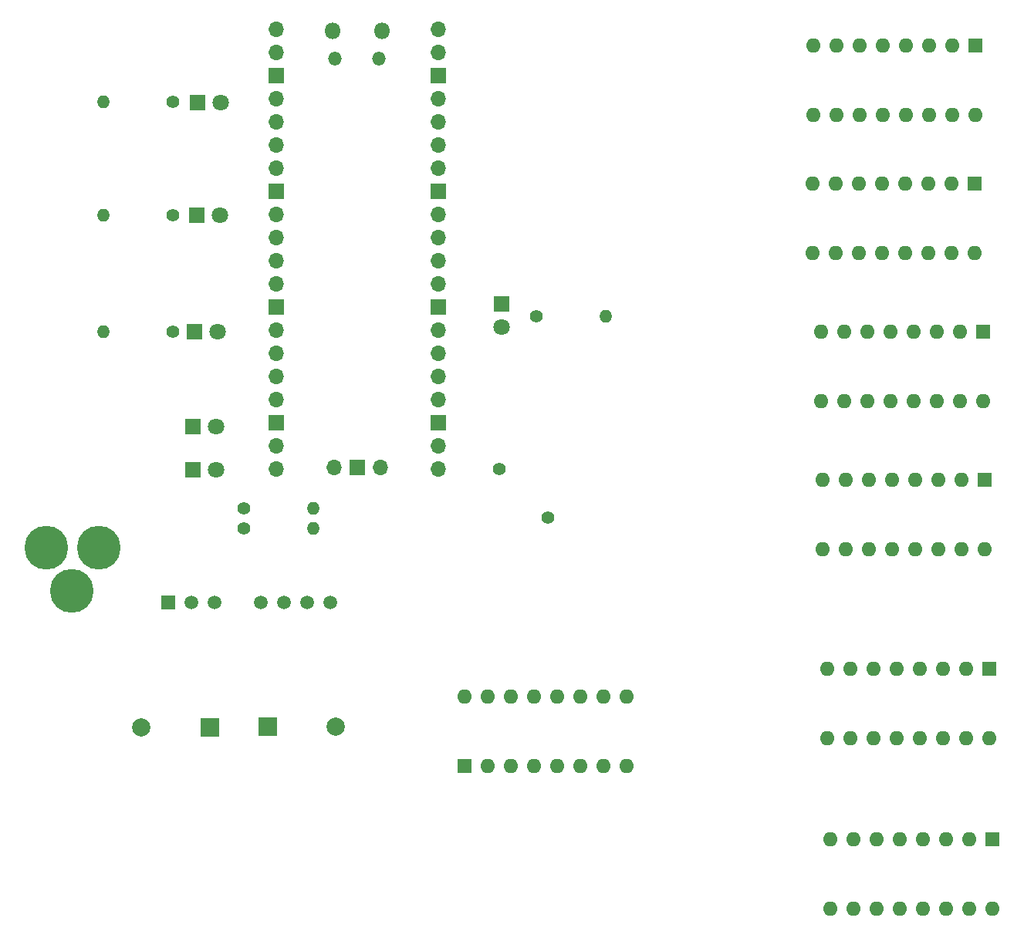
<source format=gbr>
%TF.GenerationSoftware,KiCad,Pcbnew,(6.0.7)*%
%TF.CreationDate,2023-01-12T12:11:46-08:00*%
%TF.ProjectId,RevisedControlBoard,52657669-7365-4644-936f-6e74726f6c42,rev?*%
%TF.SameCoordinates,Original*%
%TF.FileFunction,Soldermask,Bot*%
%TF.FilePolarity,Negative*%
%FSLAX46Y46*%
G04 Gerber Fmt 4.6, Leading zero omitted, Abs format (unit mm)*
G04 Created by KiCad (PCBNEW (6.0.7)) date 2023-01-12 12:11:46*
%MOMM*%
%LPD*%
G01*
G04 APERTURE LIST*
G04 Aperture macros list*
%AMHorizOval*
0 Thick line with rounded ends*
0 $1 width*
0 $2 $3 position (X,Y) of the first rounded end (center of the circle)*
0 $4 $5 position (X,Y) of the second rounded end (center of the circle)*
0 Add line between two ends*
20,1,$1,$2,$3,$4,$5,0*
0 Add two circle primitives to create the rounded ends*
1,1,$1,$2,$3*
1,1,$1,$4,$5*%
G04 Aperture macros list end*
%ADD10C,1.400000*%
%ADD11HorizOval,1.400000X0.000000X0.000000X0.000000X0.000000X0*%
%ADD12O,1.800000X1.800000*%
%ADD13O,1.500000X1.500000*%
%ADD14O,1.700000X1.700000*%
%ADD15R,1.700000X1.700000*%
%ADD16R,1.600000X1.600000*%
%ADD17O,1.600000X1.600000*%
%ADD18O,1.400000X1.400000*%
%ADD19R,1.800000X1.800000*%
%ADD20C,1.800000*%
%ADD21R,1.508000X1.508000*%
%ADD22C,1.508000*%
%ADD23C,4.800000*%
%ADD24R,2.000000X2.000000*%
%ADD25C,2.000000*%
G04 APERTURE END LIST*
D10*
%TO.C,10k1*%
X136300000Y-90700000D03*
D11*
X141688154Y-96088154D03*
%TD*%
D12*
%TO.C,U2*%
X118005000Y-42630000D03*
D13*
X123155000Y-45660000D03*
X118305000Y-45660000D03*
D12*
X123455000Y-42630000D03*
D14*
X111840000Y-42500000D03*
X111840000Y-45040000D03*
D15*
X111840000Y-47580000D03*
D14*
X111840000Y-50120000D03*
X111840000Y-52660000D03*
X111840000Y-55200000D03*
X111840000Y-57740000D03*
D15*
X111840000Y-60280000D03*
D14*
X111840000Y-62820000D03*
X111840000Y-65360000D03*
X111840000Y-67900000D03*
X111840000Y-70440000D03*
D15*
X111840000Y-72980000D03*
D14*
X111840000Y-75520000D03*
X111840000Y-78060000D03*
X111840000Y-80600000D03*
X111840000Y-83140000D03*
D15*
X111840000Y-85680000D03*
D14*
X111840000Y-88220000D03*
X111840000Y-90760000D03*
X129620000Y-90760000D03*
X129620000Y-88220000D03*
D15*
X129620000Y-85680000D03*
D14*
X129620000Y-83140000D03*
X129620000Y-80600000D03*
X129620000Y-78060000D03*
X129620000Y-75520000D03*
D15*
X129620000Y-72980000D03*
D14*
X129620000Y-70440000D03*
X129620000Y-67900000D03*
X129620000Y-65360000D03*
X129620000Y-62820000D03*
D15*
X129620000Y-60280000D03*
D14*
X129620000Y-57740000D03*
X129620000Y-55200000D03*
X129620000Y-52660000D03*
X129620000Y-50120000D03*
D15*
X129620000Y-47580000D03*
D14*
X129620000Y-45040000D03*
X129620000Y-42500000D03*
X118190000Y-90530000D03*
D15*
X120730000Y-90530000D03*
D14*
X123270000Y-90530000D03*
%TD*%
D16*
%TO.C,U5*%
X188505000Y-59430000D03*
D17*
X185965000Y-59430000D03*
X183425000Y-59430000D03*
X180885000Y-59430000D03*
X178345000Y-59430000D03*
X175805000Y-59430000D03*
X173265000Y-59430000D03*
X170725000Y-59430000D03*
X170725000Y-67050000D03*
X173265000Y-67050000D03*
X175805000Y-67050000D03*
X178345000Y-67050000D03*
X180885000Y-67050000D03*
X183425000Y-67050000D03*
X185965000Y-67050000D03*
X188505000Y-67050000D03*
%TD*%
D10*
%TO.C,R2*%
X108320000Y-95030000D03*
D18*
X115940000Y-95030000D03*
%TD*%
D19*
%TO.C,D5*%
X102855000Y-75630000D03*
D20*
X105395000Y-75630000D03*
%TD*%
D19*
%TO.C,D1*%
X102755000Y-86030000D03*
D20*
X105295000Y-86030000D03*
%TD*%
D10*
%TO.C,R5*%
X100540000Y-75630000D03*
D18*
X92920000Y-75630000D03*
%TD*%
D10*
%TO.C,R6*%
X140420000Y-73930000D03*
D18*
X148040000Y-73930000D03*
%TD*%
D16*
%TO.C,U6*%
X190430000Y-131330000D03*
D17*
X187890000Y-131330000D03*
X185350000Y-131330000D03*
X182810000Y-131330000D03*
X180270000Y-131330000D03*
X177730000Y-131330000D03*
X175190000Y-131330000D03*
X172650000Y-131330000D03*
X172650000Y-138950000D03*
X175190000Y-138950000D03*
X177730000Y-138950000D03*
X180270000Y-138950000D03*
X182810000Y-138950000D03*
X185350000Y-138950000D03*
X187890000Y-138950000D03*
X190430000Y-138950000D03*
%TD*%
D18*
%TO.C,R4*%
X92920000Y-62830000D03*
D10*
X100540000Y-62830000D03*
%TD*%
D19*
%TO.C,D2*%
X102755000Y-90830000D03*
D20*
X105295000Y-90830000D03*
%TD*%
D21*
%TO.C,PS1*%
X100040000Y-105380000D03*
D22*
X102580000Y-105380000D03*
X105120000Y-105380000D03*
X110200000Y-105380000D03*
X112740000Y-105380000D03*
X115280000Y-105380000D03*
X117820000Y-105380000D03*
%TD*%
D19*
%TO.C,D3*%
X103255000Y-50530000D03*
D20*
X105795000Y-50530000D03*
%TD*%
D16*
%TO.C,U4*%
X188605000Y-44230000D03*
D17*
X186065000Y-44230000D03*
X183525000Y-44230000D03*
X180985000Y-44230000D03*
X178445000Y-44230000D03*
X175905000Y-44230000D03*
X173365000Y-44230000D03*
X170825000Y-44230000D03*
X170825000Y-51850000D03*
X173365000Y-51850000D03*
X175905000Y-51850000D03*
X178445000Y-51850000D03*
X180985000Y-51850000D03*
X183525000Y-51850000D03*
X186065000Y-51850000D03*
X188605000Y-51850000D03*
%TD*%
D16*
%TO.C,U7*%
X189605000Y-91930000D03*
D17*
X187065000Y-91930000D03*
X184525000Y-91930000D03*
X181985000Y-91930000D03*
X179445000Y-91930000D03*
X176905000Y-91930000D03*
X174365000Y-91930000D03*
X171825000Y-91930000D03*
X171825000Y-99550000D03*
X174365000Y-99550000D03*
X176905000Y-99550000D03*
X179445000Y-99550000D03*
X181985000Y-99550000D03*
X184525000Y-99550000D03*
X187065000Y-99550000D03*
X189605000Y-99550000D03*
%TD*%
D23*
%TO.C,J1*%
X92430000Y-99330000D03*
X86630000Y-99330000D03*
X89430000Y-104130000D03*
%TD*%
D19*
%TO.C,D4*%
X103130000Y-62830000D03*
D20*
X105670000Y-62830000D03*
%TD*%
D16*
%TO.C,U3*%
X189405000Y-75630000D03*
D17*
X186865000Y-75630000D03*
X184325000Y-75630000D03*
X181785000Y-75630000D03*
X179245000Y-75630000D03*
X176705000Y-75630000D03*
X174165000Y-75630000D03*
X171625000Y-75630000D03*
X171625000Y-83250000D03*
X174165000Y-83250000D03*
X176705000Y-83250000D03*
X179245000Y-83250000D03*
X181785000Y-83250000D03*
X184325000Y-83250000D03*
X186865000Y-83250000D03*
X189405000Y-83250000D03*
%TD*%
D10*
%TO.C,R1*%
X108320000Y-97230000D03*
D18*
X115940000Y-97230000D03*
%TD*%
D16*
%TO.C,U8*%
X190105000Y-112630000D03*
D17*
X187565000Y-112630000D03*
X185025000Y-112630000D03*
X182485000Y-112630000D03*
X179945000Y-112630000D03*
X177405000Y-112630000D03*
X174865000Y-112630000D03*
X172325000Y-112630000D03*
X172325000Y-120250000D03*
X174865000Y-120250000D03*
X177405000Y-120250000D03*
X179945000Y-120250000D03*
X182485000Y-120250000D03*
X185025000Y-120250000D03*
X187565000Y-120250000D03*
X190105000Y-120250000D03*
%TD*%
D19*
%TO.C,D6*%
X136620000Y-72645000D03*
D20*
X136620000Y-75185000D03*
%TD*%
D24*
%TO.C,C4*%
X110912323Y-119030000D03*
D25*
X118412323Y-119030000D03*
%TD*%
D10*
%TO.C,R3*%
X100540000Y-50430000D03*
D18*
X92920000Y-50430000D03*
%TD*%
D24*
%TO.C,C1*%
X104547677Y-119130000D03*
D25*
X97047677Y-119130000D03*
%TD*%
D16*
%TO.C,U1*%
X132555000Y-123330000D03*
D17*
X135095000Y-123330000D03*
X137635000Y-123330000D03*
X140175000Y-123330000D03*
X142715000Y-123330000D03*
X145255000Y-123330000D03*
X147795000Y-123330000D03*
X150335000Y-123330000D03*
X150335000Y-115710000D03*
X147795000Y-115710000D03*
X145255000Y-115710000D03*
X142715000Y-115710000D03*
X140175000Y-115710000D03*
X137635000Y-115710000D03*
X135095000Y-115710000D03*
X132555000Y-115710000D03*
%TD*%
M02*

</source>
